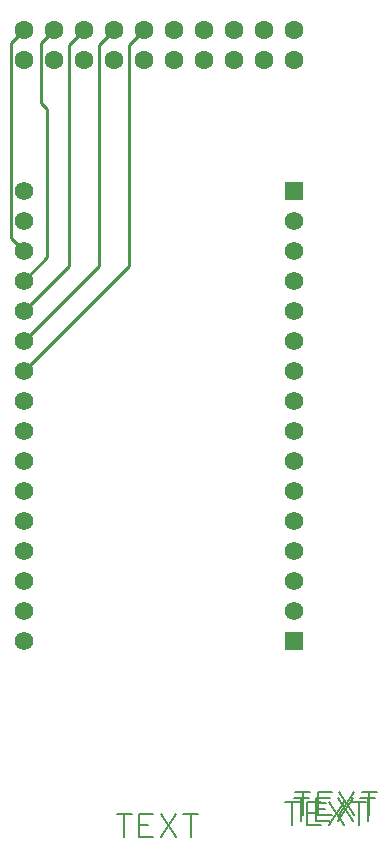
<source format=gtl>
G04 Layer: TopLayer*
G04 EasyEDA v6.5.46, 2024-09-28 23:34:46*
G04 85c0222427234e8a8314e13dbd9b54d2,10*
G04 Gerber Generator version 0.2*
G04 Scale: 100 percent, Rotated: No, Reflected: No *
G04 Dimensions in millimeters *
G04 leading zeros omitted , absolute positions ,4 integer and 5 decimal *
%FSLAX45Y45*%
%MOMM*%

%ADD10C,0.2032*%
%ADD11C,0.2540*%
%ADD12C,1.6000*%
%ADD13R,1.5748X1.5748*%
%ADD14C,1.5748*%

%LPD*%
D10*
X2693670Y-6729476D02*
G01*
X2693670Y-6923278D01*
X2628900Y-6729476D02*
G01*
X2758186Y-6729476D01*
X2819145Y-6729476D02*
G01*
X2819145Y-6923278D01*
X2819145Y-6729476D02*
G01*
X2939288Y-6729476D01*
X2819145Y-6821678D02*
G01*
X2893059Y-6821678D01*
X2819145Y-6923278D02*
G01*
X2939288Y-6923278D01*
X3000247Y-6729476D02*
G01*
X3129534Y-6923278D01*
X3129534Y-6729476D02*
G01*
X3000247Y-6923278D01*
X3255009Y-6729476D02*
G01*
X3255009Y-6923278D01*
X3190493Y-6729476D02*
G01*
X3319779Y-6729476D01*
X2706370Y-6678676D02*
G01*
X2706370Y-6872478D01*
X2641600Y-6678676D02*
G01*
X2770886Y-6678676D01*
X2831845Y-6678676D02*
G01*
X2831845Y-6872478D01*
X2831845Y-6678676D02*
G01*
X2951988Y-6678676D01*
X2831845Y-6770878D02*
G01*
X2905759Y-6770878D01*
X2831845Y-6872478D02*
G01*
X2951988Y-6872478D01*
X3012947Y-6678676D02*
G01*
X3142234Y-6872478D01*
X3142234Y-6678676D02*
G01*
X3012947Y-6872478D01*
X3267709Y-6678676D02*
G01*
X3267709Y-6872478D01*
X3203193Y-6678676D02*
G01*
X3332479Y-6678676D01*
X1195070Y-6869176D02*
G01*
X1195070Y-7062978D01*
X1130300Y-6869176D02*
G01*
X1259586Y-6869176D01*
X1320545Y-6869176D02*
G01*
X1320545Y-7062978D01*
X1320545Y-6869176D02*
G01*
X1440687Y-6869176D01*
X1320545Y-6961378D02*
G01*
X1394460Y-6961378D01*
X1320545Y-7062978D02*
G01*
X1440687Y-7062978D01*
X1501647Y-6869176D02*
G01*
X1630934Y-7062978D01*
X1630934Y-6869176D02*
G01*
X1501647Y-7062978D01*
X1756410Y-6869176D02*
G01*
X1756410Y-7062978D01*
X1691894Y-6869176D02*
G01*
X1821179Y-6869176D01*
X2617470Y-6767576D02*
G01*
X2617470Y-6961378D01*
X2552700Y-6767576D02*
G01*
X2681986Y-6767576D01*
X2742945Y-6767576D02*
G01*
X2742945Y-6961378D01*
X2742945Y-6767576D02*
G01*
X2863088Y-6767576D01*
X2742945Y-6859778D02*
G01*
X2816859Y-6859778D01*
X2742945Y-6961378D02*
G01*
X2863088Y-6961378D01*
X2924047Y-6767576D02*
G01*
X3053334Y-6961378D01*
X3053334Y-6767576D02*
G01*
X2924047Y-6961378D01*
X3178809Y-6767576D02*
G01*
X3178809Y-6961378D01*
X3114293Y-6767576D02*
G01*
X3243579Y-6767576D01*
D11*
X341942Y-3111500D02*
G01*
X1231907Y-2221534D01*
X1231907Y-355600D01*
X1358907Y-228600D01*
X341942Y-2857500D02*
G01*
X977907Y-2221534D01*
X977907Y-355600D01*
X1104907Y-228600D01*
X341942Y-2603500D02*
G01*
X723907Y-2221534D01*
X723907Y-355600D01*
X850907Y-228600D01*
X341942Y-2349500D02*
G01*
X539325Y-2152116D01*
X539325Y-898728D01*
X487255Y-846658D01*
X487255Y-338251D01*
X596907Y-228600D01*
X341942Y-2095500D02*
G01*
X233230Y-1986787D01*
X233230Y-338277D01*
X342907Y-228600D01*
D12*
G01*
X342900Y-482600D03*
G01*
X342900Y-228600D03*
G01*
X596900Y-482600D03*
G01*
X596900Y-228600D03*
G01*
X850900Y-482600D03*
G01*
X850900Y-228600D03*
G01*
X1104900Y-482600D03*
G01*
X1104900Y-228600D03*
G01*
X1358900Y-482600D03*
G01*
X1358900Y-228600D03*
G01*
X1612900Y-482600D03*
G01*
X1612900Y-228600D03*
G01*
X1866900Y-482600D03*
G01*
X1866900Y-228600D03*
G01*
X2120900Y-482600D03*
G01*
X2120900Y-228600D03*
G01*
X2374900Y-482600D03*
G01*
X2374900Y-228600D03*
G01*
X2628900Y-482600D03*
G01*
X2628900Y-228600D03*
D13*
G01*
X2627939Y-5397500D03*
D14*
G01*
X2627939Y-5143500D03*
G01*
X2627939Y-4889500D03*
G01*
X2627939Y-4635500D03*
G01*
X2627939Y-4381500D03*
G01*
X2627939Y-4127500D03*
G01*
X2627939Y-3873500D03*
G01*
X2627939Y-3619500D03*
G01*
X2627939Y-3365500D03*
G01*
X2627939Y-3111500D03*
G01*
X2627939Y-2857500D03*
G01*
X2627939Y-2603500D03*
G01*
X2627939Y-2349500D03*
G01*
X2627939Y-2095500D03*
G01*
X2627939Y-1841500D03*
D13*
G01*
X2627939Y-1587500D03*
D14*
G01*
X341939Y-1587500D03*
G01*
X341939Y-1841500D03*
G01*
X341939Y-2095500D03*
G01*
X341939Y-2349500D03*
G01*
X341939Y-2603500D03*
G01*
X341939Y-2857500D03*
G01*
X341939Y-3111500D03*
G01*
X341939Y-3365500D03*
G01*
X341939Y-3619500D03*
G01*
X341939Y-3873500D03*
G01*
X341939Y-4127500D03*
G01*
X341939Y-4381500D03*
G01*
X341939Y-4635500D03*
G01*
X341939Y-4889500D03*
G01*
X341939Y-5143500D03*
G01*
X341939Y-5397500D03*
M02*

</source>
